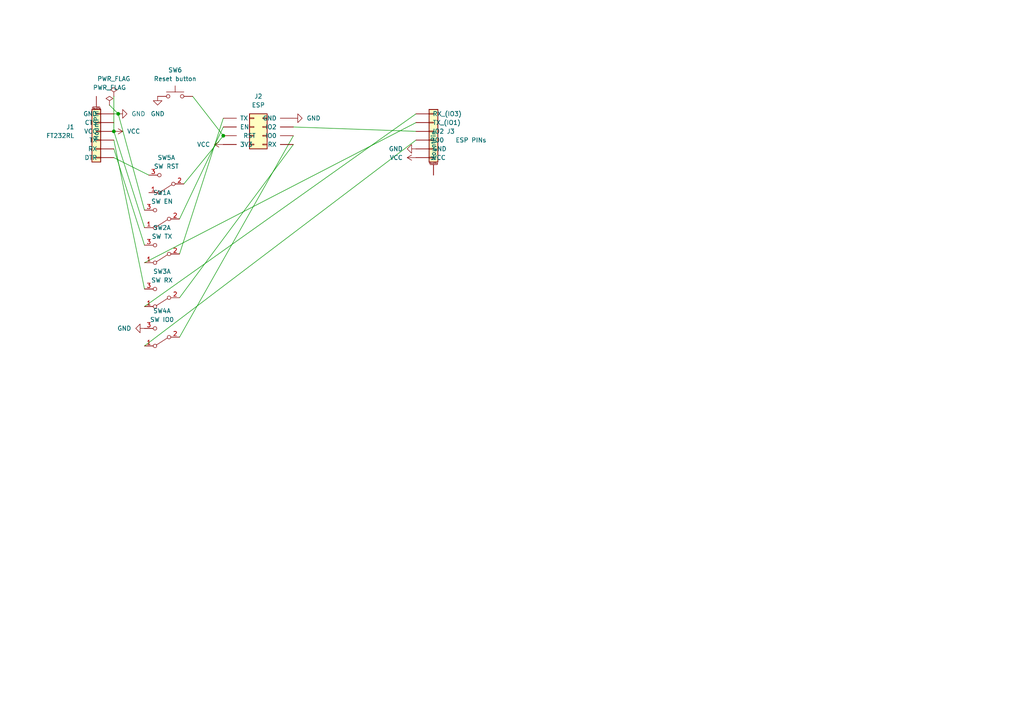
<source format=kicad_sch>
(kicad_sch (version 20211123) (generator eeschema)
  (paper "A4")
  (lib_symbols
    (symbol "Conn_01x06_MountingPin_1" (pin_numbers hide) (pin_names (offset 1.016))
      (property "Reference" "J?" (at 2.54 -0.3555 0))
      (property "Value" "Conn_01x06_MountingPin_1" (at 2.54 -2.8955 0))
      (symbol "Conn_01x06_MountingPin_1_1_1"
        (rectangle (start -1.27 -7.493) (end 0 -7.747) (stroke (width 0.1524)))
        (rectangle (start -1.27 -4.953) (end 0 -5.207) (stroke (width 0.1524)))
        (rectangle (start -1.27 -2.413) (end 0 -2.667) (stroke (width 0.1524)))
        (rectangle (start -1.27 0.127) (end 0 -0.127) (stroke (width 0.1524)))
        (rectangle (start -1.27 2.667) (end 0 2.413) (stroke (width 0.1524)))
        (rectangle (start -1.27 5.207) (end 0 4.953) (stroke (width 0.1524)))
        (rectangle (start -1.27 6.35) (end 1.27 -8.89) (stroke (width 0.254)) (fill (type background)))
        (polyline (pts (xy -1.016 -9.652) (xy 1.016 -9.652)) (stroke (width 0.1524)))
        (text "Mounting" (at 0 -9.271 0) (effects (font (size 0.381 0.381))))
        (pin passive line (at -5.08 5.08 0) (length 3.81) (name "RX_(IO3)") (number "1"))
        (pin passive line (at -5.08 2.54 0) (length 3.81) (name "TX_(IO1)") (number "2"))
        (pin passive line (at -5.08 0 0) (length 3.81) (name "IO2") (number "3"))
        (pin passive line (at -5.08 -2.54 0) (length 3.81) (name "IO0") (number "4"))
        (pin passive line (at -5.08 -5.08 0) (length 3.81) (name "GND") (number "5"))
        (pin passive line (at -5.08 -7.62 0) (length 3.81) (name "VCC") (number "6"))
        (pin passive line (at 0 -12.7 90) (length 3.048) (name "MountPin") (number "MP"))
      )
    )
    (symbol "Connector_Generic:Conn_02x04_Counter_Clockwise" (pin_numbers hide) (pin_names (offset 1.016))
      (property "Reference" "J?" (at 1.27 8.89 0))
      (property "Value" "ESP " (at 1.27 6.35 0))
      (symbol "Conn_02x04_Counter_Clockwise_1_1"
        (rectangle (start -1.27 -4.953) (end 0 -5.207) (stroke (width 0.1524)))
        (rectangle (start -1.27 -2.413) (end 0 -2.667) (stroke (width 0.1524)))
        (rectangle (start -1.27 0.127) (end 0 -0.127) (stroke (width 0.1524)))
        (rectangle (start -1.27 2.667) (end 0 2.413) (stroke (width 0.1524)))
        (rectangle (start -1.27 3.81) (end 3.81 -6.35) (stroke (width 0.254)) (fill (type background)))
        (rectangle (start 3.81 -4.953) (end 2.54 -5.207) (stroke (width 0.1524)))
        (rectangle (start 3.81 -2.413) (end 2.54 -2.667) (stroke (width 0.1524)))
        (rectangle (start 3.81 0.127) (end 2.54 -0.127) (stroke (width 0.1524)))
        (rectangle (start 3.81 2.667) (end 2.54 2.413) (stroke (width 0.1524)))
        (pin passive line (at -8.89 2.54 0) (length 3.81) (name "TX") (number "1"))
        (pin passive line (at -8.89 0 0) (length 3.81) (name "EN") (number "2"))
        (pin passive line (at -8.89 -2.54 0) (length 3.81) (name " RST") (number "3"))
        (pin passive line (at -8.89 -5.08 0) (length 3.81) (name "3V3") (number "4"))
        (pin passive line (at 11.43 -5.08 180) (length 3.81) (name "RX") (number "5"))
        (pin passive line (at 11.43 -2.54 180) (length 3.81) (name "IO0") (number "6"))
        (pin passive line (at 11.43 0 180) (length 3.81) (name "IO2") (number "7"))
        (pin passive line (at 11.43 2.54 180) (length 3.81) (name "GND") (number "8"))
      )
    )
    (symbol "Connector_Generic_MountingPin:Conn_01x06_MountingPin" (pin_numbers hide) (pin_names (offset 1.016))
      (property "Reference" "J?" (at -2.54 2.8957 0))
      (property "Value" "Conn_01x06_MountingPin" (at -2.54 0.3557 0))
      (symbol "Conn_01x06_MountingPin_1_1"
        (rectangle (start -1.27 -7.493) (end 0 -7.747) (stroke (width 0.1524)))
        (rectangle (start -1.27 -4.953) (end 0 -5.207) (stroke (width 0.1524)))
        (rectangle (start -1.27 -2.413) (end 0 -2.667) (stroke (width 0.1524)))
        (rectangle (start -1.27 0.127) (end 0 -0.127) (stroke (width 0.1524)))
        (rectangle (start -1.27 2.667) (end 0 2.413) (stroke (width 0.1524)))
        (rectangle (start -1.27 5.207) (end 0 4.953) (stroke (width 0.1524)))
        (rectangle (start -1.27 6.35) (end 1.27 -8.89) (stroke (width 0.254)) (fill (type background)))
        (polyline (pts (xy -1.016 -9.652) (xy 1.016 -9.652)) (stroke (width 0.1524)))
        (text "Mounting" (at 0 -9.271 0) (effects (font (size 0.381 0.381))))
        (pin passive line (at -5.08 5.08 0) (length 3.81) (name "DTR") (number "1"))
        (pin passive line (at -5.08 2.54 0) (length 3.81) (name "RX") (number "2"))
        (pin passive line (at -5.08 0 0) (length 3.81) (name "TX") (number "3"))
        (pin passive line (at -5.08 -2.54 0) (length 3.81) (name "VCC") (number "4"))
        (pin passive line (at -5.08 -5.08 0) (length 3.81) (name "CTS") (number "5"))
        (pin passive line (at -5.08 -7.62 0) (length 3.81) (name "GND") (number "6"))
        (pin passive line (at 0 -12.7 90) (length 3.048) (name "MountPin") (number "MP"))
      )
    )
    (symbol "Switch:SW_DPDT_x2" (pin_names (offset 0) hide)
      (property "Reference" "SW" (at 0 4.318 0))
      (property "Value" "SW_DPDT_x2" (at 0 -5.08 0))
      (symbol "SW_DPDT_x2_0_0"
        (circle (center -2.032 0) (radius 0.508))
        (circle (center 2.032 -2.54) (radius 0.508))
      )
      (symbol "SW_DPDT_x2_0_1"
        (polyline (pts (xy -1.524 0.254) (xy 1.651 2.286)))
        (circle (center 2.032 2.54) (radius 0.508))
      )
      (symbol "SW_DPDT_x2_1_1"
        (pin passive line (at 5.08 2.54 180) (length 2.54) (name "A") (number "1"))
        (pin passive line (at -5.08 0 0) (length 2.54) (name "B") (number "2"))
        (pin passive line (at 5.08 -2.54 180) (length 2.54) (name "C") (number "3"))
      )
      (symbol "SW_DPDT_x2_2_1"
        (pin passive line (at 5.08 2.54 180) (length 2.54) (name "A") (number "4"))
        (pin passive line (at -5.08 0 0) (length 2.54) (name "B") (number "5"))
        (pin passive line (at 5.08 -2.54 180) (length 2.54) (name "C") (number "6"))
      )
    )
    (symbol "Switch:SW_Push" (pin_numbers hide) (pin_names (offset 1.016) hide)
      (property "Reference" "SW" (at 1.27 2.54 0))
      (property "Value" "SW_Push" (at 0 -1.524 0))
      (symbol "SW_Push_0_1"
        (circle (center -2.032 0) (radius 0.508))
        (polyline (pts (xy 0 1.27) (xy 0 3.048)))
        (polyline (pts (xy 2.54 1.27) (xy -2.54 1.27)))
        (circle (center 2.032 0) (radius 0.508))
        (pin passive line (at -5.08 0 0) (length 2.54) (name "1") (number "1"))
        (pin passive line (at 5.08 0 180) (length 2.54) (name "2") (number "2"))
      )
    )
    (symbol "power:GND" (power) (pin_names (offset 0))
      (property "Value" "GND" (at 0 -3.81 0))
      (symbol "GND_0_1"
        (polyline (pts (xy 0 0) (xy 0 -1.27) (xy 1.27 -1.27) (xy 0 -2.54) (xy -1.27 -1.27) (xy 0 -1.27)))
      )
      (symbol "GND_1_1"
        (pin power_in line (at 0 0 270) (length 0) hide (name "GND") (number "1"))
      )
    )
    (symbol "power:PWR_FLAG" (power) (pin_numbers hide) (pin_names (offset 0) hide)
      (property "Value" "PWR_FLAG" (at 0 3.81 0))
      (symbol "PWR_FLAG_0_0"
        (pin power_out line (at 0 0 90) (length 0) (name "pwr") (number "1"))
      )
      (symbol "PWR_FLAG_0_1"
        (polyline (pts (xy 0 0) (xy 0 1.27) (xy -1.016 1.905) (xy 0 2.54) (xy 1.016 1.905) (xy 0 1.27)))
      )
    )
    (symbol "power:VCC" (power) (pin_names (offset 0))
      (property "Value" "VCC" (at 0 3.81 0))
      (symbol "VCC_0_1"
        (polyline (pts (xy -0.762 1.27) (xy 0 2.54)))
        (polyline (pts (xy 0 0) (xy 0 2.54)))
        (polyline (pts (xy 0 2.54) (xy 0.762 1.27)))
      )
      (symbol "VCC_1_1"
        (pin power_in line (at 0 0 90) (length 0) hide (name "VCC") (number "1"))
      )
    )
  )
  (junction (at 64.77 39.37))
  (junction (at 33.02 38.1))
  (junction (at 34.29 33.02))
  (wire (pts (xy 41.91 60.96) (xy 34.29 33.02)))
  (wire (pts (xy 55.88 27.94) (xy 64.77 39.37)))
  (wire (pts (xy 52.07 63.5) (xy 64.77 36.83)))
  (wire (pts (xy 41.91 100.33) (xy 120.65 40.64)))
  (wire (pts (xy 31.75 30.48) (xy 34.29 33.02)))
  (wire (pts (xy 85.09 41.91) (xy 52.07 86.36)))
  (wire (pts (xy 41.91 71.12) (xy 33.02 43.18)))
  (wire (pts (xy 41.91 76.2) (xy 120.65 35.56)))
  (wire (pts (xy 53.34 53.34) (xy 64.77 39.37)))
  (wire (pts (xy 34.29 33.02) (xy 33.02 33.02)))
  (wire (pts (xy 41.91 83.82) (xy 33.02 40.64)))
  (wire (pts (xy 41.91 88.9) (xy 120.65 33.02)))
  (wire (pts (xy 43.18 50.8) (xy 33.02 45.72)))
  (wire (pts (xy 33.02 27.94) (xy 33.02 38.1)))
  (wire (pts (xy 120.65 38.1) (xy 85.09 36.83)))
  (wire (pts (xy 41.91 66.04) (xy 33.02 38.1)))
  (wire (pts (xy 52.07 73.66) (xy 64.77 34.29)))
  (wire (pts (xy 52.07 97.79) (xy 85.09 39.37)))
  (symbol (lib_id "power:GND") (at 85.09 34.29 90) (unit 1)
    (property "Reference" "#PWR06" (effects hide))
    (property "Value" "GND" (at 88.9 34.2899 90) (effects (justify right)))
  )
  (symbol (lib_id "power:GND") (at 120.65 43.18 270) (unit 1)
    (property "Reference" "#PWR07" (effects hide))
    (property "Value" "GND" (at 116.84 43.1799 90) (effects (justify right)))
  )
  (symbol (lib_id "power:PWR_FLAG") (at 31.75 30.48 0) (unit 1)
    (property "Reference" "#FLG01" (effects hide))
    (property "Value" "PWR_FLAG" (at 31.75 25.4 0))
  )
  (symbol (lib_id "Switch:SW_DPDT_x2") (at 46.99 86.36 180) (unit 1)
    (property "Reference" "SW3" (at 46.99 78.74 0))
    (property "Value" "SW RX" (at 46.99 81.28 0))
    (property "Footprint" "Connector_PinHeader_2.54mm:PinHeader_1x03_P2.54mm_Vertical" (effects hide))
  )
  (symbol (lib_id "Switch:SW_DPDT_x2") (at 46.99 73.66 180) (unit 1)
    (property "Reference" "SW2" (at 46.99 66.04 0))
    (property "Value" "SW TX" (at 46.99 68.58 0))
    (property "Footprint" "Connector_PinHeader_2.54mm:PinHeader_1x03_P2.54mm_Vertical" (effects hide))
  )
  (symbol (lib_id "Switch:SW_DPDT_x2") (at 46.99 63.5 180) (unit 1)
    (property "Reference" "SW1" (at 46.99 55.88 0))
    (property "Value" "SW EN" (at 46.99 58.42 0))
    (property "Footprint" "Connector_PinHeader_2.54mm:PinHeader_1x03_P2.54mm_Vertical" (effects hide))
  )
  (symbol (lib_id "power:GND") (at 45.72 27.94 0) (unit 1)
    (property "Reference" "#PWR04" (effects hide))
    (property "Value" "GND" (at 45.72 33.02 0))
  )
  (symbol (lib_name "Conn_01x06_MountingPin_1") (lib_id "Connector_Generic_MountingPin:Conn_01x06_MountingPin") (at 125.73 38.1 0) (unit 1)
    (property "Reference" "J3" (at 129.54 38.1 0) (effects (justify left)))
    (property "Value" "ESP PINs" (at 132.08 40.64 0) (effects (justify left)))
    (property "Footprint" "Connector_PinHeader_2.54mm:PinHeader_1x07_P2.54mm_Horizontal" (effects hide))
  )
  (symbol (lib_id "power:GND") (at 41.91 95.25 270) (unit 1)
    (property "Reference" "#PWR03" (effects hide))
    (property "Value" "GND" (at 38.1 95.2499 90) (effects (justify right)))
  )
  (symbol (lib_id "Connector_Generic:Conn_02x04_Counter_Clockwise") (at 73.66 36.83 0) (unit 1)
    (property "Reference" "J2" (at 74.93 27.94 0))
    (property "Value" "ESP " (at 74.93 30.48 0))
    (property "Footprint" "Connector_PinSocket_2.54mm:PinSocket_2x04_P2.54mm_Vertical" (effects hide))
  )
  (symbol (lib_id "power:VCC") (at 64.77 41.91 90) (unit 1)
    (property "Reference" "#PWR05" (effects hide))
    (property "Value" "VCC" (at 60.96 41.9099 90) (effects (justify left)))
  )
  (symbol (lib_id "power:GND") (at 34.29 33.02 90) (unit 1)
    (property "Reference" "#PWR02" (effects hide))
    (property "Value" "GND" (at 38.1 33.0199 90) (effects (justify right)))
  )
  (symbol (lib_id "Switch:SW_Push") (at 50.8 27.94 0) (unit 1)
    (property "Reference" "SW6" (at 50.8 20.32 0))
    (property "Value" "Reset button" (at 50.8 22.86 0))
    (property "Footprint" "Connector:FanPinHeader_1x03_P2.54mm_Vertical" (effects hide))
  )
  (symbol (lib_id "Connector_Generic_MountingPin:Conn_01x06_MountingPin") (at 27.94 40.64 180) (unit 1)
    (property "Reference" "J1" (at 21.59 36.83 0) (effects (justify left)))
    (property "Value" "FT232RL" (at 21.59 39.37 0) (effects (justify left)))
    (property "Footprint" "Connector_PinHeader_2.54mm:PinHeader_1x07_P2.54mm_Horizontal" (effects hide))
  )
  (symbol (lib_id "Switch:SW_DPDT_x2") (at 46.99 97.79 180) (unit 1)
    (property "Reference" "SW4" (at 46.99 90.17 0))
    (property "Value" "SW IO0" (at 46.99 92.71 0))
    (property "Footprint" "Connector_PinHeader_2.54mm:PinHeader_1x03_P2.54mm_Vertical" (effects hide))
  )
  (symbol (lib_id "Switch:SW_DPDT_x2") (at 48.26 53.34 180) (unit 1)
    (property "Reference" "SW5" (at 48.26 45.72 0))
    (property "Value" "SW RST" (at 48.26 48.26 0))
    (property "Footprint" "Connector_PinHeader_2.54mm:PinHeader_1x03_P2.54mm_Vertical" (effects hide))
  )
  (symbol (lib_id "power:PWR_FLAG") (at 33.02 27.94 0) (unit 1)
    (property "Reference" "#FLG02" (effects hide))
    (property "Value" "PWR_FLAG" (at 33.02 22.86 0))
  )
  (symbol (lib_id "power:VCC") (at 33.02 38.1 270) (unit 1)
    (property "Reference" "#PWR01" (effects hide))
    (property "Value" "VCC" (at 36.83 38.0999 90) (effects (justify left)))
  )
  (symbol (lib_id "power:VCC") (at 120.65 45.72 90) (unit 1)
    (property "Reference" "#PWR08" (effects hide))
    (property "Value" "VCC" (at 116.84 45.7199 90) (effects (justify left)))
  )
)
</source>
